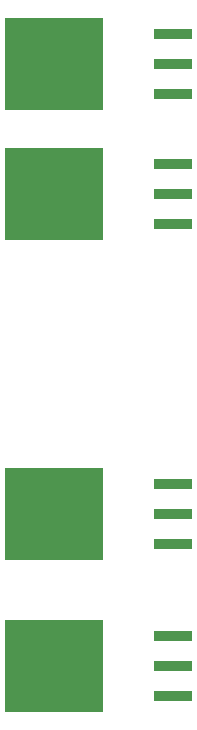
<source format=gbp>
G04 #@! TF.GenerationSoftware,KiCad,Pcbnew,7.0.1*
G04 #@! TF.CreationDate,2023-04-06T11:57:38-07:00*
G04 #@! TF.ProjectId,rps01,72707330-312e-46b6-9963-61645f706362,0*
G04 #@! TF.SameCoordinates,Original*
G04 #@! TF.FileFunction,Paste,Bot*
G04 #@! TF.FilePolarity,Positive*
%FSLAX46Y46*%
G04 Gerber Fmt 4.6, Leading zero omitted, Abs format (unit mm)*
G04 Created by KiCad (PCBNEW 7.0.1) date 2023-04-06 11:57:38*
%MOMM*%
%LPD*%
G01*
G04 APERTURE LIST*
%ADD10R,3.251200X0.812800*%
%ADD11R,8.305800X7.874000*%
G04 APERTURE END LIST*
D10*
X45172200Y-41460000D03*
X45172200Y-44000000D03*
X45172200Y-46540000D03*
D11*
X35050300Y-44000000D03*
D10*
X45172200Y-30480000D03*
X45172200Y-33020000D03*
X45172200Y-35560000D03*
D11*
X35050300Y-33020000D03*
D10*
X45172200Y-68580000D03*
X45172200Y-71120000D03*
X45172200Y-73660000D03*
D11*
X35050300Y-71120000D03*
D10*
X45172200Y-81460000D03*
X45172200Y-84000000D03*
X45172200Y-86540000D03*
D11*
X35050300Y-84000000D03*
M02*

</source>
